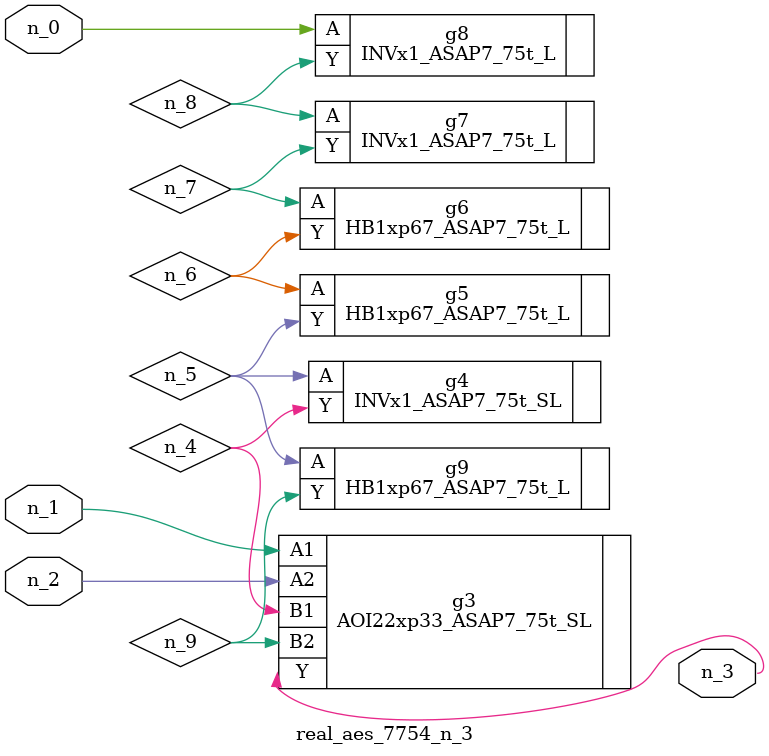
<source format=v>
module real_aes_7754_n_3 (n_0, n_2, n_1, n_3);
input n_0;
input n_2;
input n_1;
output n_3;
wire n_4;
wire n_5;
wire n_7;
wire n_9;
wire n_6;
wire n_8;
INVx1_ASAP7_75t_L g8 ( .A(n_0), .Y(n_8) );
AOI22xp33_ASAP7_75t_SL g3 ( .A1(n_1), .A2(n_2), .B1(n_4), .B2(n_9), .Y(n_3) );
INVx1_ASAP7_75t_SL g4 ( .A(n_5), .Y(n_4) );
HB1xp67_ASAP7_75t_L g9 ( .A(n_5), .Y(n_9) );
HB1xp67_ASAP7_75t_L g5 ( .A(n_6), .Y(n_5) );
HB1xp67_ASAP7_75t_L g6 ( .A(n_7), .Y(n_6) );
INVx1_ASAP7_75t_L g7 ( .A(n_8), .Y(n_7) );
endmodule
</source>
